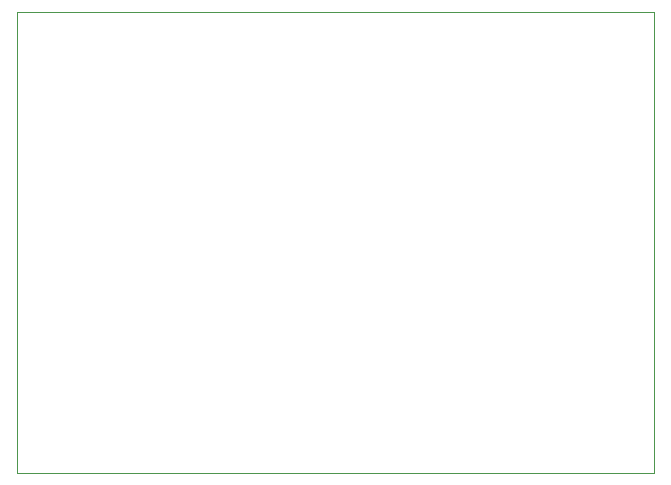
<source format=gbr>
G04 #@! TF.GenerationSoftware,KiCad,Pcbnew,(5.1.4)-1*
G04 #@! TF.CreationDate,2019-11-20T15:49:42+01:00*
G04 #@! TF.ProjectId,Centretappedtrafo,43656e74-7265-4746-9170-706564747261,rev?*
G04 #@! TF.SameCoordinates,Original*
G04 #@! TF.FileFunction,Profile,NP*
%FSLAX46Y46*%
G04 Gerber Fmt 4.6, Leading zero omitted, Abs format (unit mm)*
G04 Created by KiCad (PCBNEW (5.1.4)-1) date 2019-11-20 15:49:42*
%MOMM*%
%LPD*%
G04 APERTURE LIST*
%ADD10C,0.120000*%
G04 APERTURE END LIST*
D10*
X144000000Y-99000000D02*
X144000000Y-60000000D01*
X90000000Y-99000000D02*
X144000000Y-99000000D01*
X90000000Y-60000000D02*
X90000000Y-99000000D01*
X90000000Y-60000000D02*
X144000000Y-60000000D01*
M02*

</source>
